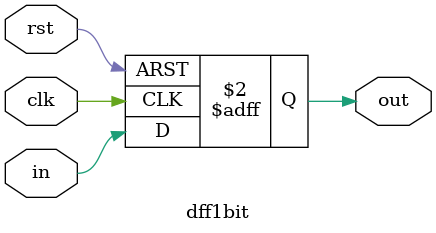
<source format=v>
module dff1bit(clk, rst, in, out);
input clk, rst;
input in;
output reg out;

always @(posedge rst, posedge clk)
begin
if(rst) out<=0;
else out<=in;
end

endmodule

</source>
